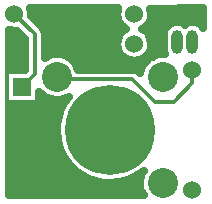
<source format=gbr>
G04 DipTrace 2.4.0.2*
%INBottom.gbr*%
%MOIN*%
%ADD13C,0.013*%
%ADD14C,0.025*%
%ADD15C,0.063*%
%ADD16R,0.063X0.063*%
%ADD17C,0.3*%
%ADD18C,0.1*%
%ADD19O,0.0394X0.0787*%
%ADD20C,0.06*%
%ADD21C,0.06*%
%FSLAX44Y44*%
G04*
G70*
G90*
G75*
G01*
%LNBottom*%
%LPD*%
X4502Y10378D2*
D13*
X5190Y9690D1*
Y8378D1*
X4752Y7940D1*
X10440Y8503D2*
Y8065D1*
X9815Y7440D1*
X9190D1*
X8440Y8190D1*
X6002D1*
X5922Y8270D1*
X4502Y9378D2*
X4262Y9138D1*
Y5430D1*
X4752Y4940D1*
X5086Y10306D2*
D14*
X7915D1*
X9086D2*
X10779D1*
X5313Y10058D2*
X8013D1*
X8993D2*
X9724D1*
X4350Y9809D2*
X4579D1*
X5524D2*
X8114D1*
X8891D2*
X9486D1*
X4350Y9560D2*
X4829D1*
X5543D2*
X7943D1*
X9063D2*
X9454D1*
X4350Y9312D2*
X4833D1*
X5543D2*
X7915D1*
X9090D2*
X9454D1*
X4350Y9063D2*
X4833D1*
X5543D2*
X8009D1*
X8996D2*
X9489D1*
X4350Y8814D2*
X4833D1*
X6485D2*
X8896D1*
X4350Y8565D2*
X4833D1*
X6653D2*
X8728D1*
X5356Y7571D2*
X5587D1*
X4350Y7322D2*
X6103D1*
X4350Y7073D2*
X5993D1*
X4350Y6825D2*
X5931D1*
X4350Y6576D2*
X5904D1*
X4350Y6327D2*
X5907D1*
X4350Y6079D2*
X5950D1*
X4350Y5830D2*
X6032D1*
X4350Y5581D2*
X6161D1*
X4350Y5333D2*
X6345D1*
X4350Y5084D2*
X6614D1*
X4350Y4835D2*
X7087D1*
X8293D2*
X8673D1*
X4350Y4586D2*
X8681D1*
X4350Y4338D2*
X8779D1*
X4325Y8520D2*
X4864D1*
X4860Y9253D1*
Y9553D1*
X4595Y9818D1*
X4515Y9813D1*
X4391Y9824D1*
X4328Y9844D1*
X4325Y8805D1*
Y8520D1*
X5332Y7782D2*
Y7360D1*
X4329D1*
X4325Y6805D1*
Y4325D1*
X8813D1*
X8743Y4463D1*
X8708Y4582D1*
X8693Y4706D1*
X8699Y4831D1*
X8725Y4953D1*
X8770Y5070D1*
X8812Y5140D1*
X8656Y5025D1*
X8438Y4904D1*
X8205Y4814D1*
X7961Y4758D1*
X7712Y4738D1*
X7463Y4752D1*
X7218Y4802D1*
X6983Y4885D1*
X6762Y5001D1*
X6559Y5147D1*
X6379Y5321D1*
X6225Y5518D1*
X6101Y5734D1*
X6008Y5966D1*
X5950Y6209D1*
X5926Y6458D1*
X5937Y6707D1*
X5983Y6953D1*
X6064Y7189D1*
X6177Y7412D1*
X6323Y7619D1*
X6239Y7574D1*
X6122Y7532D1*
X5999Y7509D1*
X5874Y7507D1*
X5750Y7525D1*
X5631Y7563D1*
X5520Y7619D1*
X5420Y7694D1*
X5330Y7786D1*
X5523Y8920D2*
X5580Y8954D1*
X5696Y9001D1*
X5818Y9028D1*
X5942Y9035D1*
X6066Y9022D1*
X6187Y8988D1*
X6300Y8936D1*
X6403Y8865D1*
X6493Y8779D1*
X6569Y8679D1*
X6643Y8521D1*
X8440Y8520D1*
X8562Y8497D1*
X8673Y8423D1*
X8704Y8393D1*
X8725Y8489D1*
X8770Y8605D1*
X8834Y8713D1*
X8914Y8808D1*
X9009Y8890D1*
X9115Y8954D1*
X9231Y9001D1*
X9353Y9028D1*
X9528Y9030D1*
X9484Y9168D1*
X9478Y9243D1*
X9481Y9686D1*
X9511Y9807D1*
X9572Y9915D1*
X9660Y10004D1*
X9768Y10065D1*
X9889Y10096D1*
X10013Y10093D1*
X10133Y10057D1*
X10188Y10021D1*
X10268Y10065D1*
X10389Y10096D1*
X10513Y10093D1*
X10633Y10057D1*
X10738Y9990D1*
X10803Y9918D1*
X10805Y10555D1*
X9041Y10550D1*
X9067Y10378D1*
X9054Y10254D1*
X9013Y10136D1*
X8948Y10029D1*
X8860Y9940D1*
X8765Y9879D1*
X8820Y9845D1*
X8915Y9764D1*
X8990Y9664D1*
X9041Y9550D1*
X9067Y9378D1*
X9054Y9254D1*
X9013Y9136D1*
X8948Y9029D1*
X8860Y8940D1*
X8756Y8872D1*
X8639Y8829D1*
X8515Y8813D1*
X8391Y8824D1*
X8272Y8862D1*
X8164Y8925D1*
X8073Y9010D1*
X8003Y9113D1*
X7957Y9229D1*
X7938Y9353D1*
X7946Y9477D1*
X7982Y9597D1*
X8042Y9706D1*
X8126Y9798D1*
X8238Y9875D1*
X8164Y9925D1*
X8073Y10010D1*
X8003Y10113D1*
X7957Y10229D1*
X7938Y10353D1*
X7946Y10477D1*
X7970Y10555D1*
X5035D1*
X5065Y10427D1*
X5058Y10288D1*
X5423Y9923D1*
X5493Y9821D1*
X5520Y9690D1*
Y8920D1*
D15*
X4752Y4940D3*
D16*
Y7940D3*
D17*
X7690Y6502D3*
D18*
X9458Y4735D3*
X5922D3*
Y8270D3*
X9458D3*
G36*
X9243Y9145D2*
X9342Y9046D1*
X9538D1*
X9637Y9145D1*
Y9735D1*
X9538Y9834D1*
X9342D1*
X9243Y9735D1*
Y9145D1*
G37*
D19*
X9940Y9440D3*
X10440D3*
D20*
X4502Y10378D3*
D21*
X8502D3*
D20*
Y9378D3*
D21*
X4502D3*
D20*
X10440Y4502D3*
D21*
Y8503D3*
M02*

</source>
